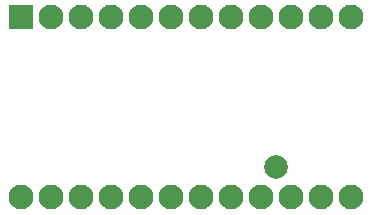
<source format=gbr>
%TF.GenerationSoftware,KiCad,Pcbnew,5.1.9+dfsg1-1~bpo10+1*%
%TF.CreationDate,Date%
%TF.ProjectId,BOOST,424f4f53-542e-46b6-9963-61645f706362,v1.8*%
%TF.SameCoordinates,Original*%
%TF.FileFunction,Soldermask,Bot*%
%TF.FilePolarity,Negative*%
%FSLAX46Y46*%
G04 Gerber Fmt 4.6, Leading zero omitted, Abs format (unit mm)*
G04 Created by KiCad*
%MOMM*%
%LPD*%
G01*
G04 APERTURE LIST*
%ADD10C,2.100000*%
%ADD11R,2.100000X2.100000*%
%ADD12C,2.000000*%
G04 APERTURE END LIST*
D10*
%TO.C,A1*%
X0Y-15240000D03*
X2540000Y-15240000D03*
X5080000Y-15240000D03*
X27940000Y0D03*
X7620000Y-15240000D03*
X25400000Y0D03*
X10160000Y-15240000D03*
X22860000Y0D03*
X12700000Y-15240000D03*
X20320000Y0D03*
X15240000Y-15240000D03*
X17780000Y0D03*
X17780000Y-15240000D03*
X15240000Y0D03*
X20320000Y-15240000D03*
X12700000Y0D03*
X22860000Y-15240000D03*
X10160000Y0D03*
X25400000Y-15240000D03*
X7620000Y0D03*
X27940000Y-15240000D03*
X5080000Y0D03*
X2540000Y0D03*
D11*
X0Y0D03*
%TD*%
D12*
%TO.C,TP1*%
X21590000Y-12700000D03*
%TD*%
M02*

</source>
